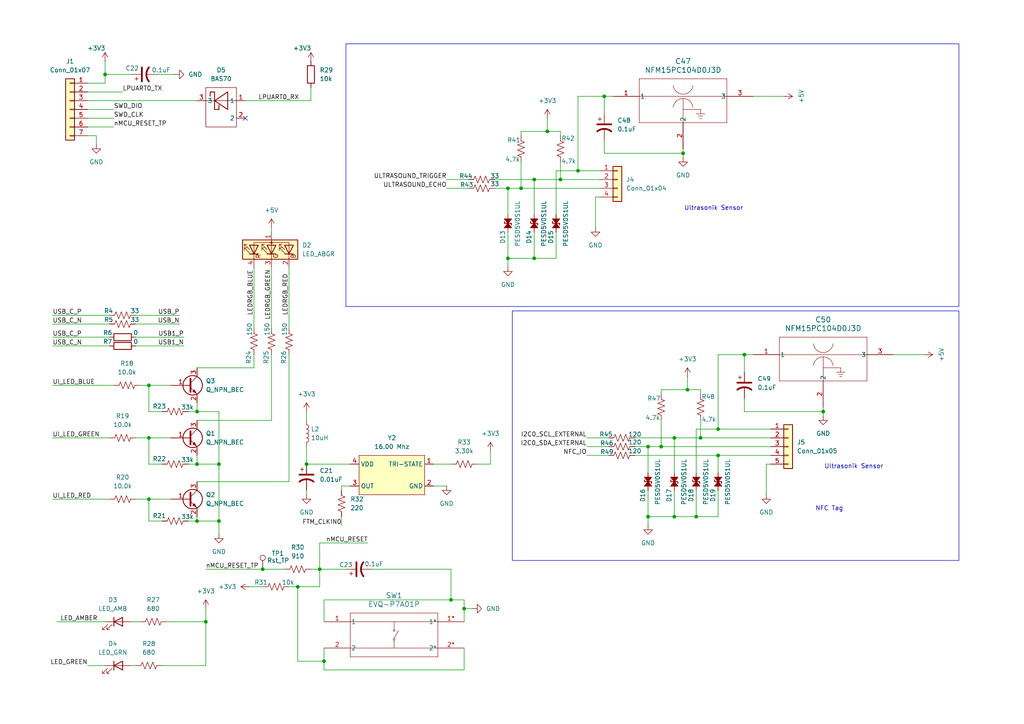
<source format=kicad_sch>
(kicad_sch (version 20231120) (generator "eeschema") (generator_version "8.0")
  (paper "A4")
  (lib_symbols
    (symbol "Connector:TestPoint" (pin_numbers hide) (pin_names (offset 0.762) hide)
      (property "Reference" "TP" (at 0 6.858 0))
      (property "Value" "TestPoint" (at 0 5.08 0))
      (symbol "TestPoint_0_1"
        (circle (center 0 3.302) (radius 0.762))
      )
      (symbol "TestPoint_1_1"
        (pin passive line (at 0 0 90) (length 2.54) (name "1") (number "1"))
      )
    )
    (symbol "Connector_Generic:Conn_01x04" (pin_names (offset 1.016) hide)
      (property "Reference" "J" (at 0 5.08 0))
      (property "Value" "Conn_01x04" (at 0 -7.62 0))
      (symbol "Conn_01x04_1_1"
        (rectangle (start -1.27 -4.953) (end 0 -5.207) (stroke (width 0.1524)))
        (rectangle (start -1.27 -2.413) (end 0 -2.667) (stroke (width 0.1524)))
        (rectangle (start -1.27 0.127) (end 0 -0.127) (stroke (width 0.1524)))
        (rectangle (start -1.27 2.667) (end 0 2.413) (stroke (width 0.1524)))
        (rectangle (start -1.27 3.81) (end 1.27 -6.35) (stroke (width 0.254)) (fill (type background)))
        (pin passive line (at -5.08 2.54 0) (length 3.81) (name "Pin_1") (number "1"))
        (pin passive line (at -5.08 0 0) (length 3.81) (name "Pin_2") (number "2"))
        (pin passive line (at -5.08 -2.54 0) (length 3.81) (name "Pin_3") (number "3"))
        (pin passive line (at -5.08 -5.08 0) (length 3.81) (name "Pin_4") (number "4"))
      )
    )
    (symbol "Connector_Generic:Conn_01x05" (pin_names (offset 1.016) hide)
      (property "Reference" "J" (at 0 7.62 0))
      (property "Value" "Conn_01x05" (at 0 -7.62 0))
      (symbol "Conn_01x05_1_1"
        (rectangle (start -1.27 -4.953) (end 0 -5.207) (stroke (width 0.1524)))
        (rectangle (start -1.27 -2.413) (end 0 -2.667) (stroke (width 0.1524)))
        (rectangle (start -1.27 0.127) (end 0 -0.127) (stroke (width 0.1524)))
        (rectangle (start -1.27 2.667) (end 0 2.413) (stroke (width 0.1524)))
        (rectangle (start -1.27 5.207) (end 0 4.953) (stroke (width 0.1524)))
        (rectangle (start -1.27 6.35) (end 1.27 -6.35) (stroke (width 0.254)) (fill (type background)))
        (pin passive line (at -5.08 5.08 0) (length 3.81) (name "Pin_1") (number "1"))
        (pin passive line (at -5.08 2.54 0) (length 3.81) (name "Pin_2") (number "2"))
        (pin passive line (at -5.08 0 0) (length 3.81) (name "Pin_3") (number "3"))
        (pin passive line (at -5.08 -2.54 0) (length 3.81) (name "Pin_4") (number "4"))
        (pin passive line (at -5.08 -5.08 0) (length 3.81) (name "Pin_5") (number "5"))
      )
    )
    (symbol "Connector_Generic:Conn_01x07" (pin_names (offset 1.016) hide)
      (property "Reference" "J" (at 0 10.16 0))
      (property "Value" "Conn_01x07" (at 0 -10.16 0))
      (symbol "Conn_01x07_1_1"
        (rectangle (start -1.27 -7.493) (end 0 -7.747) (stroke (width 0.1524)))
        (rectangle (start -1.27 -4.953) (end 0 -5.207) (stroke (width 0.1524)))
        (rectangle (start -1.27 -2.413) (end 0 -2.667) (stroke (width 0.1524)))
        (rectangle (start -1.27 0.127) (end 0 -0.127) (stroke (width 0.1524)))
        (rectangle (start -1.27 2.667) (end 0 2.413) (stroke (width 0.1524)))
        (rectangle (start -1.27 5.207) (end 0 4.953) (stroke (width 0.1524)))
        (rectangle (start -1.27 7.747) (end 0 7.493) (stroke (width 0.1524)))
        (rectangle (start -1.27 8.89) (end 1.27 -8.89) (stroke (width 0.254)) (fill (type background)))
        (pin passive line (at -5.08 7.62 0) (length 3.81) (name "Pin_1") (number "1"))
        (pin passive line (at -5.08 5.08 0) (length 3.81) (name "Pin_2") (number "2"))
        (pin passive line (at -5.08 2.54 0) (length 3.81) (name "Pin_3") (number "3"))
        (pin passive line (at -5.08 0 0) (length 3.81) (name "Pin_4") (number "4"))
        (pin passive line (at -5.08 -2.54 0) (length 3.81) (name "Pin_5") (number "5"))
        (pin passive line (at -5.08 -5.08 0) (length 3.81) (name "Pin_6") (number "6"))
        (pin passive line (at -5.08 -7.62 0) (length 3.81) (name "Pin_7") (number "7"))
      )
    )
    (symbol "Device:C_Polarized_US" (pin_numbers hide) (pin_names (offset 0.254) hide)
      (property "Reference" "C" (at 0.635 2.54 0))
      (property "Value" "C_Polarized_US" (at 0.635 -2.54 0))
      (symbol "C_Polarized_US_0_1"
        (polyline (pts (xy -2.032 0.762) (xy 2.032 0.762)) (stroke (width 0.508)))
        (polyline (pts (xy -1.778 2.286) (xy -0.762 2.286)))
        (polyline (pts (xy -1.27 1.778) (xy -1.27 2.794)))
        (arc (start 2.032 -1.27) (mid 0 -0.5572) (end -2.032 -1.27) (stroke (width 0.508)))
      )
      (symbol "C_Polarized_US_1_1"
        (pin passive line (at 0 3.81 270) (length 2.794) (name "~") (number "1"))
        (pin passive line (at 0 -3.81 90) (length 3.302) (name "~") (number "2"))
      )
    )
    (symbol "Device:D_TVS_Small_Filled" (pin_numbers hide) (pin_names (offset 1.016) hide)
      (property "Reference" "D" (at 0 2.54 0))
      (property "Value" "D_TVS_Small_Filled" (at 0 -2.54 0))
      (symbol "D_TVS_Small_Filled_0_1"
        (polyline (pts (xy -1.27 0) (xy 1.27 0)))
        (polyline (pts (xy 0.508 1.016) (xy 0 1.016) (xy 0 -1.016) (xy -0.508 -1.016)) (stroke (width 0.254)))
      )
      (symbol "D_TVS_Small_Filled_1_1"
        (polyline (pts (xy -1.27 1.016) (xy -1.27 -1.016) (xy 0 0) (xy -1.27 1.016)) (stroke (width 0.254)) (fill (type outline)))
        (polyline (pts (xy 0 0) (xy 1.27 1.016) (xy 1.27 -1.016) (xy 0 0)) (stroke (width 0.254)) (fill (type outline)))
        (pin passive line (at -2.54 0 0) (length 1.27) (name "A1") (number "1"))
        (pin passive line (at 2.54 0 180) (length 1.27) (name "A2") (number "2"))
      )
    )
    (symbol "Device:L" (pin_numbers hide) (pin_names (offset 1.016) hide)
      (property "Reference" "L" (at -1.27 0 90))
      (property "Value" "L" (at 1.905 0 90))
      (symbol "L_0_1"
        (arc (start 0 -2.54) (mid 0.6323 -1.905) (end 0 -1.27))
        (arc (start 0 -1.27) (mid 0.6323 -0.635) (end 0 0))
        (arc (start 0 0) (mid 0.6323 0.635) (end 0 1.27))
        (arc (start 0 1.27) (mid 0.6323 1.905) (end 0 2.54))
      )
      (symbol "L_1_1"
        (pin passive line (at 0 3.81 270) (length 1.27) (name "1") (number "1"))
        (pin passive line (at 0 -3.81 90) (length 1.27) (name "2") (number "2"))
      )
    )
    (symbol "Device:LED" (pin_numbers hide) (pin_names (offset 1.016) hide)
      (property "Reference" "D" (at 0 2.54 0))
      (property "Value" "LED" (at 0 -2.54 0))
      (symbol "LED_0_1"
        (polyline (pts (xy -1.27 -1.27) (xy -1.27 1.27)) (stroke (width 0.254)))
        (polyline (pts (xy -1.27 0) (xy 1.27 0)))
        (polyline (pts (xy 1.27 -1.27) (xy 1.27 1.27) (xy -1.27 0) (xy 1.27 -1.27)) (stroke (width 0.254)))
        (polyline (pts (xy -3.048 -0.762) (xy -4.572 -2.286) (xy -3.81 -2.286) (xy -4.572 -2.286) (xy -4.572 -1.524)))
        (polyline (pts (xy -1.778 -0.762) (xy -3.302 -2.286) (xy -2.54 -2.286) (xy -3.302 -2.286) (xy -3.302 -1.524)))
      )
      (symbol "LED_1_1"
        (pin passive line (at -3.81 0 0) (length 2.54) (name "K") (number "1"))
        (pin passive line (at 3.81 0 180) (length 2.54) (name "A") (number "2"))
      )
    )
    (symbol "Device:LED_ABGR" (pin_names (offset 0) hide)
      (property "Reference" "D" (at 0 9.398 0))
      (property "Value" "LED_ABGR" (at 0 -8.89 0))
      (symbol "LED_ABGR_0_0"
        (text "B" (at -1.905 -6.35 0) (effects (font (size 1.27 1.27))))
        (text "G" (at -1.905 -1.27 0) (effects (font (size 1.27 1.27))))
        (text "R" (at -1.905 3.81 0) (effects (font (size 1.27 1.27))))
      )
      (symbol "LED_ABGR_0_1"
        (polyline (pts (xy -1.27 -5.08) (xy -2.54 -5.08)))
        (polyline (pts (xy -1.27 -5.08) (xy 1.27 -5.08)))
        (polyline (pts (xy -1.27 -3.81) (xy -1.27 -6.35)) (stroke (width 0.254)))
        (polyline (pts (xy -1.27 0) (xy -2.54 0)))
        (polyline (pts (xy -1.27 1.27) (xy -1.27 -1.27)) (stroke (width 0.254)))
        (polyline (pts (xy -1.27 5.08) (xy -2.54 5.08)))
        (polyline (pts (xy -1.27 5.08) (xy 1.27 5.08)))
        (polyline (pts (xy -1.27 6.35) (xy -1.27 3.81)) (stroke (width 0.254)))
        (polyline (pts (xy 1.27 0) (xy -1.27 0)))
        (polyline (pts (xy 1.27 0) (xy 2.54 0)))
        (polyline (pts (xy -1.27 1.27) (xy -1.27 -1.27) (xy -1.27 -1.27)))
        (polyline (pts (xy -1.27 6.35) (xy -1.27 3.81) (xy -1.27 3.81)))
        (polyline (pts (xy 1.27 -5.08) (xy 2.032 -5.08) (xy 2.032 5.08) (xy 1.27 5.08)))
        (polyline (pts (xy 1.27 -3.81) (xy 1.27 -6.35) (xy -1.27 -5.08) (xy 1.27 -3.81)) (stroke (width 0.254)))
        (polyline (pts (xy 1.27 1.27) (xy 1.27 -1.27) (xy -1.27 0) (xy 1.27 1.27)) (stroke (width 0.254)))
        (polyline (pts (xy 1.27 6.35) (xy 1.27 3.81) (xy -1.27 5.08) (xy 1.27 6.35)) (stroke (width 0.254)))
        (polyline (pts (xy -1.016 -3.81) (xy 0.508 -2.286) (xy -0.254 -2.286) (xy 0.508 -2.286) (xy 0.508 -3.048)))
        (polyline (pts (xy -1.016 1.27) (xy 0.508 2.794) (xy -0.254 2.794) (xy 0.508 2.794) (xy 0.508 2.032)))
        (polyline (pts (xy -1.016 6.35) (xy 0.508 7.874) (xy -0.254 7.874) (xy 0.508 7.874) (xy 0.508 7.112)))
        (polyline (pts (xy 0 -3.81) (xy 1.524 -2.286) (xy 0.762 -2.286) (xy 1.524 -2.286) (xy 1.524 -3.048)))
        (polyline (pts (xy 0 1.27) (xy 1.524 2.794) (xy 0.762 2.794) (xy 1.524 2.794) (xy 1.524 2.032)))
        (polyline (pts (xy 0 6.35) (xy 1.524 7.874) (xy 0.762 7.874) (xy 1.524 7.874) (xy 1.524 7.112)))
        (rectangle (start 1.27 -1.27) (end 1.27 1.27))
        (rectangle (start 1.27 1.27) (end 1.27 1.27))
        (rectangle (start 1.27 3.81) (end 1.27 6.35))
        (rectangle (start 1.27 6.35) (end 1.27 6.35))
        (circle (center 2.032 0) (radius 0.254) (fill (type outline)))
        (rectangle (start 2.794 8.382) (end -2.794 -7.62) (stroke (width 0.254)) (fill (type background)))
      )
      (symbol "LED_ABGR_1_1"
        (pin passive line (at 5.08 0 180) (length 2.54) (name "A") (number "1"))
        (pin passive line (at -5.08 -5.08 0) (length 2.54) (name "BK") (number "2"))
        (pin passive line (at -5.08 0 0) (length 2.54) (name "GK") (number "3"))
        (pin passive line (at -5.08 5.08 0) (length 2.54) (name "RK") (number "4"))
      )
    )
    (symbol "Device:Q_NPN_BEC" (pin_names (offset 0) hide)
      (property "Reference" "Q" (at 5.08 1.27 0))
      (property "Value" "Q_NPN_BEC" (at 5.08 -1.27 0))
      (symbol "Q_NPN_BEC_0_1"
        (polyline (pts (xy 0.635 0.635) (xy 2.54 2.54)))
        (polyline (pts (xy 0.635 -0.635) (xy 2.54 -2.54) (xy 2.54 -2.54)))
        (polyline (pts (xy 0.635 1.905) (xy 0.635 -1.905) (xy 0.635 -1.905)) (stroke (width 0.508)))
        (polyline (pts (xy 1.27 -1.778) (xy 1.778 -1.27) (xy 2.286 -2.286) (xy 1.27 -1.778) (xy 1.27 -1.778)) (fill (type outline)))
        (circle (center 1.27 0) (radius 2.8194) (stroke (width 0.254)))
      )
      (symbol "Q_NPN_BEC_1_1"
        (pin input line (at -5.08 0 0) (length 5.715) (name "B") (number "1"))
        (pin passive line (at 2.54 -5.08 90) (length 2.54) (name "E") (number "2"))
        (pin passive line (at 2.54 5.08 270) (length 2.54) (name "C") (number "3"))
      )
    )
    (symbol "Device:R" (pin_numbers hide) (pin_names (offset 0))
      (property "Reference" "R" (at 2.032 0 90))
      (property "Value" "R" (at 0 0 90))
      (symbol "R_0_1"
        (rectangle (start -1.016 -2.54) (end 1.016 2.54) (stroke (width 0.254)))
      )
      (symbol "R_1_1"
        (pin passive line (at 0 3.81 270) (length 1.27) (name "~") (number "1"))
        (pin passive line (at 0 -3.81 90) (length 1.27) (name "~") (number "2"))
      )
    )
    (symbol "Device:R_US" (pin_numbers hide) (pin_names (offset 0))
      (property "Reference" "R" (at 2.54 0 90))
      (property "Value" "R_US" (at -2.54 0 90))
      (symbol "R_US_0_1"
        (polyline (pts (xy 0 -2.286) (xy 0 -2.54)))
        (polyline (pts (xy 0 2.286) (xy 0 2.54)))
        (polyline (pts (xy 0 -0.762) (xy 1.016 -1.143) (xy 0 -1.524) (xy -1.016 -1.905) (xy 0 -2.286)))
        (polyline (pts (xy 0 0.762) (xy 1.016 0.381) (xy 0 0) (xy -1.016 -0.381) (xy 0 -0.762)))
        (polyline (pts (xy 0 2.286) (xy 1.016 1.905) (xy 0 1.524) (xy -1.016 1.143) (xy 0 0.762)))
      )
      (symbol "R_US_1_1"
        (pin passive line (at 0 3.81 270) (length 1.27) (name "~") (number "1"))
        (pin passive line (at 0 -3.81 90) (length 1.27) (name "~") (number "2"))
      )
    )
    (symbol "EVQ_P7A01P:EVQ-P7A01P" (pin_names (offset 0.254))
      (property "Reference" "SW" (at 20.32 7.62 0))
      (property "Value" "EVQ-P7A01P" (at 20.32 5.08 0))
      (symbol "EVQ-P7A01P_0_1"
        (polyline (pts (xy 7.62 -10.16) (xy 33.02 -10.16)) (stroke (width 0.127)))
        (polyline (pts (xy 7.62 -7.62) (xy 33.02 -7.62)) (stroke (width 0.127)))
        (polyline (pts (xy 7.62 0) (xy 33.02 0)) (stroke (width 0.127)))
        (polyline (pts (xy 7.62 2.54) (xy 7.62 -10.16)) (stroke (width 0.127)))
        (polyline (pts (xy 20.32 -7.62) (xy 20.32 -5.334)) (stroke (width 0.127)))
        (polyline (pts (xy 20.32 -4.826) (xy 21.59 -2.54)) (stroke (width 0.127)))
        (polyline (pts (xy 20.32 0) (xy 20.32 -2.286)) (stroke (width 0.127)))
        (polyline (pts (xy 33.02 -10.16) (xy 33.02 2.54)) (stroke (width 0.127)))
        (polyline (pts (xy 33.02 2.54) (xy 7.62 2.54)) (stroke (width 0.127)))
        (circle (center 20.32 -5.08) (radius 0.254) (stroke (width 0.127)))
        (circle (center 20.32 -2.54) (radius 0.254) (stroke (width 0.127)))
        (pin unspecified line (at 0 0 0) (length 7.62) (name "1") (number "1"))
        (pin unspecified line (at 40.64 0 180) (length 7.62) (name "1*") (number "1*"))
        (pin unspecified line (at 0 -7.62 0) (length 7.62) (name "2") (number "2"))
        (pin unspecified line (at 40.64 -7.62 180) (length 7.62) (name "2*") (number "2*"))
      )
    )
    (symbol "FMU_lib:BAS70"
      (property "Reference" "D" (at 0.254 6.35 0))
      (property "Value" "BAS70" (at 0.762 -4.826 0))
      (symbol "BAS70_0_1"
        (rectangle (start -2.54 5.08) (end 6.35 -6.35))
        (polyline (pts (xy -2.54 1.27) (xy 6.35 1.27)))
        (polyline (pts (xy 3.81 3.81) (xy 3.81 -1.27) (xy 0 1.27) (xy 3.81 3.81)) (stroke (width 0.254)))
        (polyline (pts (xy -1.27 2.54) (xy -1.27 3.81) (xy 0 3.81) (xy 0 -1.27) (xy 1.27 -1.27) (xy 1.27 0)) (stroke (width 0.254)))
      )
      (symbol "BAS70_1_1"
        (pin input line (at 8.89 1.27 180) (length 2.54) (name "1") (number "1"))
        (pin input line (at 8.89 -3.81 180) (length 2.54) (name "2") (number "2"))
        (pin input line (at -5.08 1.27 0) (length 2.54) (name "3") (number "3"))
      )
    )
    (symbol "FMU_lib:Y_Tristate"
      (property "Reference" "Y" (at 0 -4.064 0))
      (property "Value" "Y_Tristate" (at 0.254 -1.778 0))
      (symbol "Y_Tristate_1_1"
        (rectangle (start -10.16 3.81) (end 8.89 -7.62) (fill (type background)))
        (pin input line (at 11.43 1.27 180) (length 2.54) (name "TRI-STATE") (number "1"))
        (pin input line (at 11.43 -5.08 180) (length 2.54) (name "GND") (number "2"))
        (pin input line (at -12.7 -5.08 0) (length 2.54) (name "OUT") (number "3"))
        (pin input line (at -12.7 1.27 0) (length 2.54) (name "VDD") (number "4"))
      )
    )
    (symbol "NFM15PC104D0J3D:NFM15PC104D0J3D" (pin_names (offset 0.254))
      (property "Reference" "C" (at 20.32 10.16 0))
      (property "Value" "NFM15PC104D0J3D" (at 20.32 7.62 0))
      (symbol "NFM15PC104D0J3D_0_1"
        (polyline (pts (xy 7.62 -7.62) (xy 33.02 -7.62)) (stroke (width 0.127)))
        (polyline (pts (xy 7.62 0) (xy 33.02 0)) (stroke (width 0.127)))
        (polyline (pts (xy 7.62 5.08) (xy 7.62 -7.62)) (stroke (width 0.127)))
        (polyline (pts (xy 20.32 -7.62) (xy 20.32 -0.635)) (stroke (width 0.127)))
        (polyline (pts (xy 20.32 -3.81) (xy 25.4 -3.81)) (stroke (width 0.127)))
        (polyline (pts (xy 24.13 -5.08) (xy 26.67 -5.08)) (stroke (width 0.127)))
        (polyline (pts (xy 24.765 -5.715) (xy 26.035 -5.715)) (stroke (width 0.127)))
        (polyline (pts (xy 25.0825 -6.35) (xy 25.7175 -6.35)) (stroke (width 0.127)))
        (polyline (pts (xy 25.4 -3.81) (xy 25.4 -5.08)) (stroke (width 0.127)))
        (polyline (pts (xy 33.02 -7.62) (xy 33.02 5.08)) (stroke (width 0.127)))
        (polyline (pts (xy 33.02 5.08) (xy 7.62 5.08)) (stroke (width 0.127)))
        (arc (start 17.4674 3.1755) (mid 20.32 0.6223) (end 23.1726 3.1755) (stroke (width 0.127)))
        (arc (start 23.1726 -3.1755) (mid 20.32 -0.6223) (end 17.4674 -3.1755) (stroke (width 0.127)))
        (pin unspecified line (at 0 0 0) (length 7.62) (name "1") (number "1"))
        (pin unspecified line (at 20.32 -15.24 90) (length 7.62) (name "2") (number "2"))
        (pin unspecified line (at 40.64 0 180) (length 7.62) (name "3") (number "3"))
      )
    )
    (symbol "power:+3V3" (power) (pin_numbers hide) (pin_names (offset 0) hide)
      (property "Value" "+3V3" (at 0 3.556 0))
      (symbol "+3V3_0_1"
        (polyline (pts (xy -0.762 1.27) (xy 0 2.54)))
        (polyline (pts (xy 0 0) (xy 0 2.54)))
        (polyline (pts (xy 0 2.54) (xy 0.762 1.27)))
      )
      (symbol "+3V3_1_1"
        (pin power_in line (at 0 0 90) (length 0) (name "~") (number "1"))
      )
    )
    (symbol "power:+5V" (power) (pin_numbers hide) (pin_names (offset 0) hide)
      (property "Value" "+5V" (at 0 3.556 0))
      (symbol "+5V_0_1"
        (polyline (pts (xy -0.762 1.27) (xy 0 2.54)))
        (polyline (pts (xy 0 0) (xy 0 2.54)))
        (polyline (pts (xy 0 2.54) (xy 0.762 1.27)))
      )
      (symbol "+5V_1_1"
        (pin power_in line (at 0 0 90) (length 0) (name "~") (number "1"))
      )
    )
    (symbol "power:GND" (power) (pin_numbers hide) (pin_names (offset 0) hide)
      (property "Value" "GND" (at 0 -3.81 0))
      (symbol "GND_0_1"
        (polyline (pts (xy 0 0) (xy 0 -1.27) (xy 1.27 -1.27) (xy 0 -2.54) (xy -1.27 -1.27) (xy 0 -1.27)))
      )
      (symbol "GND_1_1"
        (pin power_in line (at 0 0 270) (length 0) (name "~") (number "1"))
      )
    )
  )
  (junction (at 203.2 127))
  (junction (at 191.77 129.54))
  (junction (at 57.15 134.62))
  (junction (at 43.18 127))
  (junction (at 63.5 151.13))
  (junction (at 175.26 27.94))
  (junction (at 88.9 134.62))
  (junction (at 43.18 144.78))
  (junction (at 195.58 149.86))
  (junction (at 187.96 129.54))
  (junction (at 147.32 54.61))
  (junction (at 208.28 132.08))
  (junction (at 43.18 111.76))
  (junction (at 57.15 119.38))
  (junction (at 130.81 173.99))
  (junction (at 92.71 165.1))
  (junction (at 238.76 119.38))
  (junction (at 86.36 170.18))
  (junction (at 151.13 54.61))
  (junction (at 215.9 102.87))
  (junction (at 201.93 149.86))
  (junction (at 59.69 180.34))
  (junction (at 187.96 149.86))
  (junction (at 195.58 127))
  (junction (at 57.15 151.13))
  (junction (at 154.94 74.93))
  (junction (at 93.98 191.77))
  (junction (at 158.75 38.1))
  (junction (at 134.62 176.53))
  (junction (at 167.64 49.53))
  (junction (at 76.2 165.1))
  (junction (at 162.56 52.07))
  (junction (at 30.48 21.59))
  (junction (at 63.5 134.62))
  (junction (at 208.28 124.46))
  (junction (at 199.39 113.03))
  (junction (at 154.94 52.07))
  (junction (at 147.32 74.93))
  (junction (at 198.12 44.45))
  (no_connect (at 71.12 34.29))
  (wire (pts (xy 158.75 34.29) (xy 158.75 38.1)))
  (wire (pts (xy 218.44 27.94) (xy 227.33 27.94)))
  (wire (pts (xy 223.52 134.62) (xy 222.25 134.62)))
  (wire (pts (xy 147.32 54.61) (xy 151.13 54.61)))
  (wire (pts (xy 161.29 67.31) (xy 161.29 74.93)))
  (wire (pts (xy 15.24 93.98) (xy 31.75 93.98)))
  (wire (pts (xy 170.18 127) (xy 176.53 127)))
  (wire (pts (xy 222.25 134.62) (xy 222.25 143.51)))
  (wire (pts (xy 73.66 102.87) (xy 73.66 106.68)))
  (wire (pts (xy 161.29 62.23) (xy 161.29 49.53)))
  (wire (pts (xy 25.4 26.67) (xy 35.56 26.67)))
  (wire (pts (xy 238.76 120.65) (xy 238.76 119.38)))
  (wire (pts (xy 208.28 132.08) (xy 208.28 137.16)))
  (wire (pts (xy 83.82 102.87) (xy 83.82 139.7)))
  (wire (pts (xy 154.94 52.07) (xy 162.56 52.07)))
  (wire (pts (xy 198.12 45.72) (xy 198.12 44.45)))
  (wire (pts (xy 187.96 149.86) (xy 187.96 152.4)))
  (wire (pts (xy 125.73 134.62) (xy 130.81 134.62)))
  (wire (pts (xy 143.51 52.07) (xy 154.94 52.07)))
  (wire (pts (xy 54.61 134.62) (xy 57.15 134.62)))
  (wire (pts (xy 184.15 132.08) (xy 208.28 132.08)))
  (wire (pts (xy 167.64 49.53) (xy 173.99 49.53)))
  (wire (pts (xy 191.77 114.3) (xy 191.77 113.03)))
  (wire (pts (xy 130.81 165.1) (xy 130.81 173.99)))
  (wire (pts (xy 15.24 127) (xy 31.75 127)))
  (wire (pts (xy 129.54 52.07) (xy 135.89 52.07)))
  (wire (pts (xy 43.18 111.76) (xy 49.53 111.76)))
  (wire (pts (xy 88.9 142.24) (xy 88.9 143.51)))
  (wire (pts (xy 73.66 106.68) (xy 57.15 106.68)))
  (wire (pts (xy 90.17 165.1) (xy 92.71 165.1)))
  (wire (pts (xy 78.74 66.04) (xy 78.74 67.31)))
  (wire (pts (xy 93.98 173.99) (xy 130.81 173.99)))
  (wire (pts (xy 151.13 38.1) (xy 158.75 38.1)))
  (wire (pts (xy 138.43 134.62) (xy 142.24 134.62)))
  (wire (pts (xy 92.71 165.1) (xy 92.71 157.48)))
  (wire (pts (xy 162.56 52.07) (xy 173.99 52.07)))
  (wire (pts (xy 215.9 115.57) (xy 215.9 119.38)))
  (wire (pts (xy 208.28 142.24) (xy 208.28 149.86)))
  (wire (pts (xy 92.71 170.18) (xy 86.36 170.18)))
  (wire (pts (xy 25.4 39.37) (xy 27.94 39.37)))
  (wire (pts (xy 57.15 116.84) (xy 57.15 119.38)))
  (wire (pts (xy 40.64 111.76) (xy 43.18 111.76)))
  (wire (pts (xy 71.12 29.21) (xy 90.17 29.21)))
  (wire (pts (xy 195.58 142.24) (xy 195.58 149.86)))
  (wire (pts (xy 43.18 151.13) (xy 43.18 144.78)))
  (wire (pts (xy 15.24 111.76) (xy 33.02 111.76)))
  (wire (pts (xy 88.9 129.54) (xy 88.9 134.62)))
  (wire (pts (xy 59.69 180.34) (xy 59.69 176.53)))
  (wire (pts (xy 46.99 151.13) (xy 43.18 151.13)))
  (wire (pts (xy 57.15 134.62) (xy 57.15 132.08)))
  (wire (pts (xy 201.93 137.16) (xy 201.93 124.46)))
  (wire (pts (xy 170.18 132.08) (xy 176.53 132.08)))
  (wire (pts (xy 154.94 52.07) (xy 154.94 62.23)))
  (wire (pts (xy 154.94 67.31) (xy 154.94 74.93)))
  (wire (pts (xy 78.74 102.87) (xy 78.74 121.92)))
  (wire (pts (xy 215.9 119.38) (xy 238.76 119.38)))
  (wire (pts (xy 57.15 151.13) (xy 57.15 149.86)))
  (wire (pts (xy 175.26 44.45) (xy 198.12 44.45)))
  (wire (pts (xy 59.69 193.04) (xy 59.69 180.34)))
  (wire (pts (xy 38.1 193.04) (xy 39.37 193.04)))
  (wire (pts (xy 99.06 142.24) (xy 99.06 140.97)))
  (wire (pts (xy 86.36 170.18) (xy 86.36 191.77)))
  (wire (pts (xy 167.64 27.94) (xy 175.26 27.94)))
  (wire (pts (xy 27.94 39.37) (xy 27.94 41.91)))
  (wire (pts (xy 25.4 31.75) (xy 33.02 31.75)))
  (wire (pts (xy 154.94 74.93) (xy 161.29 74.93)))
  (wire (pts (xy 76.2 165.1) (xy 82.55 165.1)))
  (wire (pts (xy 86.36 170.18) (xy 83.82 170.18)))
  (wire (pts (xy 46.99 134.62) (xy 43.18 134.62)))
  (wire (pts (xy 201.93 124.46) (xy 208.28 124.46)))
  (wire (pts (xy 39.37 144.78) (xy 43.18 144.78)))
  (wire (pts (xy 30.48 24.13) (xy 30.48 21.59)))
  (wire (pts (xy 93.98 194.31) (xy 134.62 194.31)))
  (wire (pts (xy 72.39 170.18) (xy 76.2 170.18)))
  (wire (pts (xy 43.18 127) (xy 49.53 127)))
  (wire (pts (xy 39.37 97.79) (xy 53.34 97.79)))
  (wire (pts (xy 57.15 119.38) (xy 54.61 119.38)))
  (wire (pts (xy 46.99 119.38) (xy 43.18 119.38)))
  (wire (pts (xy 151.13 54.61) (xy 173.99 54.61)))
  (wire (pts (xy 25.4 29.21) (xy 57.15 29.21)))
  (wire (pts (xy 101.6 134.62) (xy 88.9 134.62)))
  (wire (pts (xy 43.18 134.62) (xy 43.18 127)))
  (wire (pts (xy 143.51 54.61) (xy 147.32 54.61)))
  (wire (pts (xy 203.2 113.03) (xy 203.2 114.3)))
  (wire (pts (xy 92.71 165.1) (xy 92.71 170.18)))
  (wire (pts (xy 177.8 27.94) (xy 175.26 27.94)))
  (wire (pts (xy 259.08 102.87) (xy 267.97 102.87)))
  (wire (pts (xy 201.93 142.24) (xy 201.93 149.86)))
  (wire (pts (xy 134.62 176.53) (xy 134.62 180.34)))
  (wire (pts (xy 83.82 77.47) (xy 83.82 95.25)))
  (wire (pts (xy 208.28 124.46) (xy 208.28 102.87)))
  (wire (pts (xy 39.37 100.33) (xy 53.34 100.33)))
  (wire (pts (xy 39.37 93.98) (xy 52.07 93.98)))
  (wire (pts (xy 59.69 165.1) (xy 76.2 165.1)))
  (wire (pts (xy 215.9 102.87) (xy 215.9 107.95)))
  (wire (pts (xy 63.5 119.38) (xy 63.5 134.62)))
  (wire (pts (xy 15.24 97.79) (xy 31.75 97.79)))
  (wire (pts (xy 73.66 77.47) (xy 73.66 95.25)))
  (wire (pts (xy 130.81 173.99) (xy 134.62 173.99)))
  (wire (pts (xy 195.58 127) (xy 195.58 137.16)))
  (wire (pts (xy 88.9 119.38) (xy 88.9 121.92)))
  (wire (pts (xy 195.58 149.86) (xy 187.96 149.86)))
  (wire (pts (xy 208.28 124.46) (xy 223.52 124.46)))
  (wire (pts (xy 134.62 194.31) (xy 134.62 187.96)))
  (wire (pts (xy 134.62 173.99) (xy 134.62 176.53)))
  (wire (pts (xy 208.28 102.87) (xy 215.9 102.87)))
  (wire (pts (xy 151.13 39.37) (xy 151.13 38.1)))
  (wire (pts (xy 43.18 144.78) (xy 49.53 144.78)))
  (wire (pts (xy 191.77 129.54) (xy 223.52 129.54)))
  (wire (pts (xy 25.4 36.83) (xy 33.02 36.83)))
  (wire (pts (xy 93.98 191.77) (xy 93.98 194.31)))
  (wire (pts (xy 170.18 129.54) (xy 176.53 129.54)))
  (wire (pts (xy 16.51 180.34) (xy 30.48 180.34)))
  (wire (pts (xy 158.75 38.1) (xy 162.56 38.1)))
  (wire (pts (xy 15.24 91.44) (xy 31.75 91.44)))
  (wire (pts (xy 63.5 134.62) (xy 63.5 151.13)))
  (wire (pts (xy 54.61 151.13) (xy 57.15 151.13)))
  (wire (pts (xy 208.28 132.08) (xy 223.52 132.08)))
  (wire (pts (xy 172.72 57.15) (xy 172.72 66.04)))
  (wire (pts (xy 161.29 49.53) (xy 167.64 49.53)))
  (wire (pts (xy 107.95 165.1) (xy 130.81 165.1)))
  (wire (pts (xy 187.96 129.54) (xy 191.77 129.54)))
  (wire (pts (xy 92.71 165.1) (xy 100.33 165.1)))
  (wire (pts (xy 238.76 119.38) (xy 238.76 118.11)))
  (wire (pts (xy 99.06 140.97) (xy 101.6 140.97)))
  (wire (pts (xy 86.36 191.77) (xy 93.98 191.77)))
  (wire (pts (xy 15.24 100.33) (xy 31.75 100.33)))
  (wire (pts (xy 147.32 54.61) (xy 147.32 62.23)))
  (wire (pts (xy 175.26 27.94) (xy 175.26 33.02)))
  (wire (pts (xy 184.15 127) (xy 195.58 127)))
  (wire (pts (xy 199.39 113.03) (xy 203.2 113.03)))
  (wire (pts (xy 63.5 154.94) (xy 63.5 151.13)))
  (wire (pts (xy 99.06 149.86) (xy 99.06 152.4)))
  (wire (pts (xy 78.74 77.47) (xy 78.74 95.25)))
  (wire (pts (xy 187.96 142.24) (xy 187.96 149.86)))
  (wire (pts (xy 38.1 180.34) (xy 40.64 180.34)))
  (wire (pts (xy 151.13 46.99) (xy 151.13 54.61)))
  (wire (pts (xy 30.48 17.78) (xy 30.48 21.59)))
  (wire (pts (xy 203.2 127) (xy 223.52 127)))
  (wire (pts (xy 162.56 38.1) (xy 162.56 39.37)))
  (wire (pts (xy 195.58 149.86) (xy 201.93 149.86)))
  (wire (pts (xy 46.99 193.04) (xy 59.69 193.04)))
  (wire (pts (xy 25.4 24.13) (xy 30.48 24.13)))
  (wire (pts (xy 125.73 140.97) (xy 129.54 140.97)))
  (wire (pts (xy 90.17 25.4) (xy 90.17 29.21)))
  (wire (pts (xy 147.32 74.93) (xy 147.32 77.47)))
  (wire (pts (xy 173.99 57.15) (xy 172.72 57.15)))
  (wire (pts (xy 25.4 193.04) (xy 30.48 193.04)))
  (wire (pts (xy 129.54 54.61) (xy 135.89 54.61)))
  (wire (pts (xy 154.94 74.93) (xy 147.32 74.93)))
  (wire (pts (xy 198.12 44.45) (xy 198.12 43.18)))
  (wire (pts (xy 191.77 113.03) (xy 199.39 113.03)))
  (wire (pts (xy 218.44 102.87) (xy 215.9 102.87)))
  (wire (pts (xy 147.32 67.31) (xy 147.32 74.93)))
  (wire (pts (xy 93.98 180.34) (xy 93.98 173.99)))
  (wire (pts (xy 208.28 149.86) (xy 201.93 149.86)))
  (wire (pts (xy 142.24 134.62) (xy 142.24 130.81)))
  (wire (pts (xy 162.56 46.99) (xy 162.56 52.07)))
  (wire (pts (xy 199.39 109.22) (xy 199.39 113.03)))
  (wire (pts (xy 167.64 49.53) (xy 167.64 27.94)))
  (wire (pts (xy 203.2 121.92) (xy 203.2 127)))
  (wire (pts (xy 63.5 151.13) (xy 57.15 151.13)))
  (wire (pts (xy 39.37 91.44) (xy 52.07 91.44)))
  (wire (pts (xy 57.15 134.62) (xy 63.5 134.62)))
  (wire (pts (xy 78.74 121.92) (xy 57.15 121.92)))
  (wire (pts (xy 83.82 139.7) (xy 57.15 139.7)))
  (wire (pts (xy 187.96 129.54) (xy 187.96 137.16)))
  (wire (pts (xy 175.26 40.64) (xy 175.26 44.45)))
  (wire (pts (xy 195.58 127) (xy 203.2 127)))
  (wire (pts (xy 43.18 119.38) (xy 43.18 111.76)))
  (wire (pts (xy 45.72 21.59) (xy 50.8 21.59)))
  (wire (pts (xy 15.24 144.78) (xy 31.75 144.78)))
  (wire (pts (xy 30.48 21.59) (xy 38.1 21.59)))
  (wire (pts (xy 134.62 176.53) (xy 137.16 176.53)))
  (wire (pts (xy 184.15 129.54) (xy 187.96 129.54)))
  (wire (pts (xy 93.98 187.96) (xy 93.98 191.77)))
  (wire (pts (xy 191.77 121.92) (xy 191.77 129.54)))
  (wire (pts (xy 57.15 119.38) (xy 63.5 119.38)))
  (wire (pts (xy 39.37 127) (xy 43.18 127)))
  (wire (pts (xy 48.26 180.34) (xy 59.69 180.34)))
  (wire (pts (xy 92.71 157.48) (xy 106.68 157.48)))
  (wire (pts (xy 25.4 34.29) (xy 33.02 34.29)))
  (rectangle (start 100.33 12.7) (end 278.13 88.9))
  (rectangle (start 148.59 90.17) (end 278.13 162.56))
  (text "NFC Tag" (at 240.538 147.574 0) (effects (font (size 1.27 1.27))))
  (text "Ultrasonik Sensor\n" (at 207.01 60.452 0) (effects (font (size 1.27 1.27))))
  (text "Ultrasonik Sensor\n" (at 247.65 135.382 0) (effects (font (size 1.27 1.27))))
  (label "UI_LED_RED" (at 15.24 144.78 0))
  (label "LEDRGB_RED" (at 83.82 91.44 90))
  (label "ULTRASOUND_ECHO" (at 129.54 54.61 180))
  (label "USB1_N" (at 53.34 100.33 180))
  (label "LEDRGB_BLUE" (at 73.66 91.44 90))
  (label "LEDRGB_GREEN" (at 78.74 92.71 90))
  (label "USB1_P" (at 53.34 97.79 180))
  (label "LPUART0_TX" (at 35.56 26.67 0))
  (label "USB_N" (at 52.07 93.98 180))
  (label "I2C0_SCL_EXTERNAL" (at 170.18 127 180))
  (label "nMCU_RESET_TP" (at 59.69 165.1 0))
  (label "NFC_IO" (at 170.18 132.08 180))
  (label "UI_LED_BLUE" (at 15.24 111.76 0))
  (label "LED_GREEN" (at 25.4 193.04 180))
  (label "nMCU_RESET_TP" (at 33.02 36.83 0))
  (label " I2C0_SDA_EXTERNAL" (at 170.18 129.54 180))
  (label "USB_C_P" (at 15.24 97.79 0))
  (label " LED_AMBER" (at 16.51 180.34 0))
  (label "USB_C_N" (at 15.24 93.98 0))
  (label "USB_C_N" (at 15.24 100.33 0))
  (label "UI_LED_GREEN" (at 15.24 127 0))
  (label "SWD_DIO" (at 33.02 31.75 0))
  (label "USB_P" (at 52.07 91.44 180))
  (label "FTM_CLKIN0" (at 99.06 152.4 180))
  (label "USB_C_P" (at 15.24 91.44 0))
  (label "nMCU_RESET" (at 106.68 157.48 180))
  (label "ULTRASOUND_TRIGGER" (at 129.54 52.07 180))
  (label "LPUART0_RX" (at 74.93 29.21 0))
  (label "SWD_CLK" (at 33.02 34.29 0))
  (symbol (lib_id "Device:R_US") (at 44.45 180.34 90) (unit 1)
    (property "Reference" "R27" (at 44.45 173.99 90))
    (property "Value" "680" (at 44.45 176.53 90))
    (property "Description" "Resistor, US symbol" (effects (hide yes)))
  )
  (symbol (lib_id "Device:R_US") (at 180.34 132.08 90) (unit 1)
    (property "Reference" "R49" (at 176.022 131.064 90))
    (property "Value" "120" (at 184.15 130.81 90))
    (property "Description" "Resistor, US symbol" (effects (hide yes)))
  )
  (symbol (lib_id "Device:R_US") (at 35.56 144.78 90) (unit 1)
    (property "Reference" "R20" (at 35.56 138.43 90))
    (property "Value" "10.0k" (at 35.56 140.97 90))
    (property "Description" "Resistor, US symbol" (effects (hide yes)))
  )
  (symbol (lib_id "Device:Q_NPN_BEC") (at 54.61 111.76 0) (unit 1)
    (property "Reference" "Q3" (at 59.69 110.4899 0) (effects (justify left)))
    (property "Value" "Q_NPN_BEC" (at 59.69 113.0299 0) (effects (justify left)))
    (property "Description" "NPN transistor, base/emitter/collector" (effects (hide yes)))
  )
  (symbol (lib_id "Device:LED") (at 34.29 193.04 0) (unit 1)
    (property "Reference" "D4" (at 32.7025 186.69 0))
    (property "Value" "LED_GRN" (at 32.7025 189.23 0))
    (property "Description" "Light emitting diode" (effects (hide yes)))
  )
  (symbol (lib_id "Device:R_US") (at 50.8 151.13 90) (unit 1)
    (property "Reference" "R21" (at 46.228 149.606 90))
    (property "Value" "33k" (at 54.356 149.86 90))
    (property "Description" "Resistor, US symbol" (effects (hide yes)))
  )
  (symbol (lib_id "power:+3V3") (at 90.17 17.78 0) (unit 1)
    (property "Reference" "#PWR051" (effects (hide yes)))
    (property "Value" "+3V3" (at 87.63 13.97 0))
    (property "Description" "Power symbol creates a global label with name \"+3V3\"" (effects (hide yes)))
  )
  (symbol (lib_id "Device:R") (at 35.56 100.33 90) (unit 1)
    (property "Reference" "R7" (at 31.242 99.06 90))
    (property "Value" "0" (at 39.37 99.06 90))
    (property "Description" "Resistor" (effects (hide yes)))
  )
  (symbol (lib_id "FMU_lib:Y_Tristate") (at 114.3 135.89 0) (unit 1)
    (property "Reference" "Y2" (at 113.665 127 0))
    (property "Value" "16.00 Mhz" (at 113.665 129.54 0))
  )
  (symbol (lib_id "Device:D_TVS_Small_Filled") (at 154.94 64.77 90) (unit 1)
    (property "Reference" "D14" (at 153.416 66.802 0) (effects (justify right)))
    (property "Value" "PESD5V0S1UL" (at 157.734 58.166 0) (effects (justify right)))
    (property "Description" "Bidirectional transient-voltage-suppression diode, small symbol, filled shape" (effects (hide yes)))
  )
  (symbol (lib_id "Device:Q_NPN_BEC") (at 54.61 127 0) (unit 1)
    (property "Reference" "Q1" (at 59.69 125.7299 0) (effects (justify left)))
    (property "Value" "Q_NPN_BEC" (at 59.69 128.2699 0) (effects (justify left)))
    (property "Description" "NPN transistor, base/emitter/collector" (effects (hide yes)))
  )
  (symbol (lib_id "power:GND") (at 238.76 120.65 0) (unit 1)
    (property "Reference" "#PWR099" (effects (hide yes)))
    (property "Value" "GND" (at 238.76 125.73 0))
    (property "Description" "Power symbol creates a global label with name \"GND\" , ground" (effects (hide yes)))
  )
  (symbol (lib_id "power:+5V") (at 227.33 27.94 270) (unit 1)
    (property "Reference" "#PWR095" (effects (hide yes)))
    (property "Value" "+5V" (at 232.41 27.94 0))
    (property "Description" "Power symbol creates a global label with name \"+5V\"" (effects (hide yes)))
  )
  (symbol (lib_id "Device:L") (at 88.9 125.73 0) (unit 1)
    (property "Reference" "L2" (at 90.17 124.4599 0) (effects (justify left)))
    (property "Value" "10uH" (at 90.17 126.9999 0) (effects (justify left)))
    (property "Description" "Inductor" (effects (hide yes)))
  )
  (symbol (lib_id "Device:R_US") (at 99.06 146.05 0) (unit 1)
    (property "Reference" "R32" (at 101.6 144.7799 0) (effects (justify left)))
    (property "Value" "220" (at 101.6 147.3199 0) (effects (justify left)))
    (property "Description" "Resistor, US symbol" (effects (hide yes)))
  )
  (symbol (lib_id "power:+3V3") (at 59.69 176.53 0) (unit 1)
    (property "Reference" "#PWR047" (effects (hide yes)))
    (property "Value" "+3V3" (at 59.69 171.45 0))
    (property "Description" "Power symbol creates a global label with name \"+3V3\"" (effects (hide yes)))
  )
  (symbol (lib_id "power:GND") (at 147.32 77.47 0) (unit 1)
    (property "Reference" "#PWR094" (effects (hide yes)))
    (property "Value" "GND" (at 147.32 82.55 0))
    (property "Description" "Power symbol creates a global label with name \"GND\" , ground" (effects (hide yes)))
  )
  (symbol (lib_id "Device:R_US") (at 83.82 99.06 180) (unit 1)
    (property "Reference" "R26" (at 82.296 103.632 90))
    (property "Value" "150" (at 82.55 95.504 90))
    (property "Description" "Resistor, US symbol" (effects (hide yes)))
  )
  (symbol (lib_id "Device:R_US") (at 78.74 99.06 180) (unit 1)
    (property "Reference" "R25" (at 77.216 103.632 90))
    (property "Value" "150" (at 77.47 95.504 90))
    (property "Description" "Resistor, US symbol" (effects (hide yes)))
  )
  (symbol (lib_id "Device:D_TVS_Small_Filled") (at 187.96 139.7 90) (unit 1)
    (property "Reference" "D16" (at 186.436 141.732 0) (effects (justify right)))
    (property "Value" "PESD5V0S1UL" (at 190.754 133.096 0) (effects (justify right)))
    (property "Description" "Bidirectional transient-voltage-suppression diode, small symbol, filled shape" (effects (hide yes)))
  )
  (symbol (lib_id "Device:C_Polarized_US") (at 104.14 165.1 90) (unit 1)
    (property "Reference" "C23" (at 100.33 163.83 90))
    (property "Value" "0.1uF" (at 108.458 163.576 90))
    (property "Description" "Polarized capacitor, US symbol" (effects (hide yes)))
  )
  (symbol (lib_id "Connector_Generic:Conn_01x04") (at 179.07 52.07 0) (unit 1)
    (property "Reference" "J4" (at 181.61 52.0699 0) (effects (justify left)))
    (property "Value" "Conn_01x04" (at 181.61 54.6099 0) (effects (justify left)))
    (property "Description" "Generic connector, single row, 01x04, script generated (kicad-library-utils/schlib/autogen/connector/)" (effects (hide yes)))
  )
  (symbol (lib_id "power:GND") (at 172.72 66.04 0) (unit 1)
    (property "Reference" "#PWR093" (effects (hide yes)))
    (property "Value" "GND" (at 172.72 71.12 0))
    (property "Description" "Power symbol creates a global label with name \"GND\" , ground" (effects (hide yes)))
  )
  (symbol (lib_id "Device:R_US") (at 134.62 134.62 90) (unit 1)
    (property "Reference" "R33" (at 134.62 128.27 90))
    (property "Value" "3.30k" (at 134.62 130.81 90))
    (property "Description" "Resistor, US symbol" (effects (hide yes)))
  )
  (symbol (lib_id "Device:R_US") (at 80.01 170.18 90) (unit 1)
    (property "Reference" "R31" (at 75.692 168.91 90))
    (property "Value" "10k" (at 83.566 168.91 90))
    (property "Description" "Resistor, US symbol" (effects (hide yes)))
  )
  (symbol (lib_id "power:+3V3") (at 30.48 17.78 0) (unit 1)
    (property "Reference" "#PWR048" (effects (hide yes)))
    (property "Value" "+3V3" (at 27.94 13.97 0))
    (property "Description" "Power symbol creates a global label with name \"+3V3\"" (effects (hide yes)))
  )
  (symbol (lib_id "power:+3V3") (at 199.39 109.22 0) (unit 1)
    (property "Reference" "#PWR097" (effects (hide yes)))
    (property "Value" "+3V3" (at 199.39 104.14 0))
    (property "Description" "Power symbol creates a global label with name \"+3V3\"" (effects (hide yes)))
  )
  (symbol (lib_id "Device:R_US") (at 203.2 118.11 0) (unit 1)
    (property "Reference" "R48" (at 203.454 115.062 0) (effects (justify left)))
    (property "Value" "4.7k" (at 203.454 121.666 0) (effects (justify left)))
    (property "Description" "Resistor, US symbol" (effects (hide yes)))
  )
  (symbol (lib_id "power:GND") (at 63.5 154.94 0) (unit 1)
    (property "Reference" "#PWR046" (effects (hide yes)))
    (property "Value" "GND" (at 63.5 160.02 0))
    (property "Description" "Power symbol creates a global label with name \"GND\" , ground" (effects (hide yes)))
  )
  (symbol (lib_id "Device:D_TVS_Small_Filled") (at 201.93 139.7 90) (unit 1)
    (property "Reference" "D18" (at 200.406 141.732 0) (effects (justify right)))
    (property "Value" "PESD5V0S1UL" (at 204.724 133.096 0) (effects (justify right)))
    (property "Description" "Bidirectional transient-voltage-suppression diode, small symbol, filled shape" (effects (hide yes)))
  )
  (symbol (lib_id "power:+3V3") (at 158.75 34.29 0) (unit 1)
    (property "Reference" "#PWR091" (effects (hide yes)))
    (property "Value" "+3V3" (at 158.75 29.21 0))
    (property "Description" "Power symbol creates a global label with name \"+3V3\"" (effects (hide yes)))
  )
  (symbol (lib_id "power:GND") (at 137.16 176.53 90) (unit 1)
    (property "Reference" "#PWR053" (effects (hide yes)))
    (property "Value" "GND" (at 140.97 176.5299 90) (effects (justify right)))
    (property "Description" "Power symbol creates a global label with name \"GND\" , ground" (effects (hide yes)))
  )
  (symbol (lib_id "power:GND") (at 222.25 143.51 0) (unit 1)
    (property "Reference" "#PWR098" (effects (hide yes)))
    (property "Value" "GND" (at 222.25 148.59 0))
    (property "Description" "Power symbol creates a global label with name \"GND\" , ground" (effects (hide yes)))
  )
  (symbol (lib_id "Device:D_TVS_Small_Filled") (at 147.32 64.77 90) (unit 1)
    (property "Reference" "D13" (at 145.796 66.802 0) (effects (justify right)))
    (property "Value" "PESD5V0S1UL" (at 150.114 58.166 0) (effects (justify right)))
    (property "Description" "Bidirectional transient-voltage-suppression diode, small symbol, filled shape" (effects (hide yes)))
  )
  (symbol (lib_id "Device:R_US") (at 50.8 134.62 90) (unit 1)
    (property "Reference" "R22" (at 46.228 133.096 90))
    (property "Value" "33k" (at 54.356 133.35 90))
    (property "Description" "Resistor, US symbol" (effects (hide yes)))
  )
  (symbol (lib_id "NFM15PC104D0J3D:NFM15PC104D0J3D") (at 177.8 27.94 0) (unit 1)
    (property "Reference" "C47" (at 198.12 17.78 0) (effects (font (size 1.524 1.524))))
    (property "Value" "NFM15PC104D0J3D" (at 198.12 20.32 0) (effects (font (size 1.524 1.524))))
    (property "Footprint" "3PAD_NFM15PC_0402_MUR" (effects (hide yes)))
    (property "Datasheet" "NFM15PC104D0J3D" (effects (hide yes)))
  )
  (symbol (lib_id "Device:D_TVS_Small_Filled") (at 195.58 139.7 90) (unit 1)
    (property "Reference" "D17" (at 194.056 141.732 0) (effects (justify right)))
    (property "Value" "PESD5V0S1UL" (at 198.374 133.096 0) (effects (justify right)))
    (property "Description" "Bidirectional transient-voltage-suppression diode, small symbol, filled shape" (effects (hide yes)))
  )
  (symbol (lib_id "Device:R_US") (at 35.56 127 90) (unit 1)
    (property "Reference" "R19" (at 35.56 120.65 90))
    (property "Value" "10.0k" (at 35.56 123.19 90))
    (property "Description" "Resistor, US symbol" (effects (hide yes)))
  )
  (symbol (lib_id "Device:R_US") (at 36.83 111.76 90) (unit 1)
    (property "Reference" "R18" (at 36.83 105.41 90))
    (property "Value" "10.0k" (at 36.83 107.95 90))
    (property "Description" "Resistor, US symbol" (effects (hide yes)))
  )
  (symbol (lib_id "Device:C_Polarized_US") (at 215.9 111.76 0) (unit 1)
    (property "Reference" "C49" (at 219.71 109.8549 0) (effects (justify left)))
    (property "Value" "0.1uF" (at 219.71 112.3949 0) (effects (justify left)))
    (property "Description" "Polarized capacitor, US symbol" (effects (hide yes)))
  )
  (symbol (lib_id "Device:R_US") (at 162.56 43.18 0) (unit 1)
    (property "Reference" "R42" (at 162.814 40.132 0) (effects (justify left)))
    (property "Value" "4.7k" (at 162.814 46.736 0) (effects (justify left)))
    (property "Description" "Resistor, US symbol" (effects (hide yes)))
  )
  (symbol (lib_id "EVQ_P7A01P:EVQ-P7A01P") (at 93.98 180.34 0) (unit 1)
    (property "Reference" "SW1" (at 114.3 172.72 0) (effects (font (size 1.524 1.524))))
    (property "Value" "EVQ-P7A01P" (at 114.3 175.26 0) (effects (font (size 1.524 1.524))))
    (property "Footprint" "EVQ_P7_PAN" (effects (hide yes)))
    (property "Datasheet" "EVQ-P7A01P" (effects (hide yes)))
  )
  (symbol (lib_id "power:GND") (at 27.94 41.91 0) (unit 1)
    (property "Reference" "#PWR050" (effects (hide yes)))
    (property "Value" "GND" (at 27.94 46.99 0))
    (property "Description" "Power symbol creates a global label with name \"GND\" , ground" (effects (hide yes)))
  )
  (symbol (lib_id "Device:R_US") (at 191.77 118.11 0) (unit 1)
    (property "Reference" "R47" (at 187.706 115.57 0) (effects (justify left)))
    (property "Value" "4.7k" (at 187.198 121.158 0) (effects (justify left)))
    (property "Description" "Resistor, US symbol" (effects (hide yes)))
  )
  (symbol (lib_id "Device:R_US") (at 139.7 54.61 90) (unit 1)
    (property "Reference" "R43" (at 135.382 53.594 90))
    (property "Value" "33" (at 143.51 53.34 90))
    (property "Description" "Resistor, US symbol" (effects (hide yes)))
  )
  (symbol (lib_id "Device:R_US") (at 43.18 193.04 90) (unit 1)
    (property "Reference" "R28" (at 43.18 186.69 90))
    (property "Value" "680" (at 43.18 189.23 90))
    (property "Description" "Resistor, US symbol" (effects (hide yes)))
  )
  (symbol (lib_id "Device:R") (at 90.17 21.59 0) (unit 1)
    (property "Reference" "R29" (at 92.71 20.3199 0) (effects (justify left)))
    (property "Value" "10k" (at 92.71 22.8599 0) (effects (justify left)))
    (property "Description" "Resistor" (effects (hide yes)))
  )
  (symbol (lib_id "Connector_Generic:Conn_01x07") (at 20.32 31.75 0) (mirror y) (unit 1)
    (property "Reference" "J1" (at 20.32 17.78 0))
    (property "Value" "Conn_01x07" (at 20.32 20.32 0))
    (property "Description" "Generic connector, single row, 01x07, script generated (kicad-library-utils/schlib/autogen/connector/)" (effects (hide yes)))
  )
  (symbol (lib_id "power:+5V") (at 267.97 102.87 270) (unit 1)
    (property "Reference" "#PWR0100" (effects (hide yes)))
    (property "Value" "+5V" (at 273.05 102.87 0))
    (property "Description" "Power symbol creates a global label with name \"+5V\"" (effects (hide yes)))
  )
  (symbol (lib_id "Device:R_US") (at 73.66 99.06 180) (unit 1)
    (property "Reference" "R24" (at 72.136 103.632 90))
    (property "Value" "150" (at 72.39 95.504 90))
    (property "Description" "Resistor, US symbol" (effects (hide yes)))
  )
  (symbol (lib_id "NFM15PC104D0J3D:NFM15PC104D0J3D") (at 218.44 102.87 0) (unit 1)
    (property "Reference" "C50" (at 238.76 92.71 0) (effects (font (size 1.524 1.524))))
    (property "Value" "NFM15PC104D0J3D" (at 238.76 95.25 0) (effects (font (size 1.524 1.524))))
    (property "Footprint" "3PAD_NFM15PC_0402_MUR" (effects (hide yes)))
    (property "Datasheet" "NFM15PC104D0J3D" (effects (hide yes)))
  )
  (symbol (lib_id "power:+5V") (at 78.74 66.04 0) (unit 1)
    (property "Reference" "#PWR045" (effects (hide yes)))
    (property "Value" "+5V" (at 78.74 60.96 0))
    (property "Description" "Power symbol creates a global label with name \"+5V\"" (effects (hide yes)))
  )
  (symbol (lib_id "power:+3V3") (at 142.24 130.81 0) (unit 1)
    (property "Reference" "#PWR054" (effects (hide yes)))
    (property "Value" "+3V3" (at 142.24 125.73 0))
    (property "Description" "Power symbol creates a global label with name \"+3V3\"" (effects (hide yes)))
  )
  (symbol (lib_id "Device:R_US") (at 180.34 129.54 90) (unit 1)
    (property "Reference" "R46" (at 176.022 128.524 90))
    (property "Value" "120" (at 184.15 128.27 90))
    (property "Description" "Resistor, US symbol" (effects (hide yes)))
  )
  (symbol (lib_id "Device:LED_ABGR") (at 78.74 72.39 90) (unit 1)
    (property "Reference" "D2" (at 87.63 71.1199 90) (effects (justify right)))
    (property "Value" "LED_ABGR" (at 87.63 73.6599 90) (effects (justify right)))
    (property "Description" "RGB LED, anode/blue/green/red" (effects (hide yes)))
  )
  (symbol (lib_id "Device:R") (at 35.56 97.79 90) (unit 1)
    (property "Reference" "R6" (at 31.242 96.52 90))
    (property "Value" "0" (at 39.37 96.52 90))
    (property "Description" "Resistor" (effects (hide yes)))
  )
  (symbol (lib_id "Device:R_US") (at 139.7 52.07 90) (unit 1)
    (property "Reference" "R44" (at 135.128 51.054 90))
    (property "Value" "33" (at 143.51 51.054 90))
    (property "Description" "Resistor, US symbol" (effects (hide yes)))
  )
  (symbol (lib_id "Device:R_US") (at 50.8 119.38 90) (unit 1)
    (property "Reference" "R23" (at 46.228 117.856 90))
    (property "Value" "33k" (at 54.356 118.11 90))
    (property "Description" "Resistor, US symbol" (effects (hide yes)))
  )
  (symbol (lib_id "Device:D_TVS_Small_Filled") (at 208.28 139.7 90) (unit 1)
    (property "Reference" "D19" (at 206.756 141.732 0) (effects (justify right)))
    (property "Value" "PESD5V0S1UL" (at 211.074 133.096 0) (effects (justify right)))
    (property "Description" "Bidirectional transient-voltage-suppression diode, small symbol, filled shape" (effects (hide yes)))
  )
  (symbol (lib_id "Device:R_US") (at 35.56 91.44 90) (unit 1)
    (property "Reference" "R4" (at 31.496 90.17 90))
    (property "Value" "33" (at 39.116 90.17 90))
    (property "Description" "Resistor, US symbol" (effects (hide yes)))
  )
  (symbol (lib_id "power:+3V3") (at 72.39 170.18 90) (unit 1)
    (property "Reference" "#PWR052" (effects (hide yes)))
    (property "Value" "+3V3" (at 68.58 170.1799 90) (effects (justify left)))
    (property "Description" "Power symbol creates a global label with name \"+3V3\"" (effects (hide yes)))
  )
  (symbol (lib_id "power:GND") (at 50.8 21.59 90) (unit 1)
    (property "Reference" "#PWR049" (effects (hide yes)))
    (property "Value" "GND" (at 54.61 21.5899 90) (effects (justify right)))
    (property "Description" "Power symbol creates a global label with name \"GND\" , ground" (effects (hide yes)))
  )
  (symbol (lib_id "Connector:TestPoint") (at 76.2 165.1 0) (unit 1)
    (property "Reference" "TP1" (at 78.74 160.5279 0) (effects (justify left)))
    (property "Value" "Rst_TP" (at 77.47 162.56 0) (effects (justify left)))
    (property "Description" "test point" (effects (hide yes)))
  )
  (symbol (lib_id "power:+3V3") (at 88.9 119.38 0) (unit 1)
    (property "Reference" "#PWR044" (effects (hide yes)))
    (property "Value" "+3V3" (at 88.9 114.3 0))
    (property "Description" "Power symbol creates a global label with name \"+3V3\"" (effects (hide yes)))
  )
  (symbol (lib_id "power:GND") (at 129.54 140.97 0) (unit 1)
    (property "Reference" "#PWR055" (effects (hide yes)))
    (property "Value" "GND" (at 129.54 146.05 0))
    (property "Description" "Power symbol creates a global label with name \"GND\" , ground" (effects (hide yes)))
  )
  (symbol (lib_id "Connector_Generic:Conn_01x05") (at 228.6 129.54 0) (unit 1)
    (property "Reference" "J5" (at 231.14 128.2699 0) (effects (justify left)))
    (property "Value" "Conn_01x05" (at 231.14 130.8099 0) (effects (justify left)))
    (property "Description" "Generic connector, single row, 01x05, script generated (kicad-library-utils/schlib/autogen/connector/)" (effects (hide yes)))
  )
  (symbol (lib_id "power:GND") (at 187.96 152.4 0) (unit 1)
    (property "Reference" "#PWR096" (effects (hide yes)))
    (property "Value" "GND" (at 187.96 157.48 0))
    (property "Description" "Power symbol creates a global label with name \"GND\" , ground" (effects (hide yes)))
  )
  (symbol (lib_id "Device:D_TVS_Small_Filled") (at 161.29 64.77 90) (unit 1)
    (property "Reference" "D15" (at 159.766 66.802 0) (effects (justify right)))
    (property "Value" "PESD5V0S1UL" (at 164.084 58.166 0) (effects (justify right)))
    (property "Description" "Bidirectional transient-voltage-suppression diode, small symbol, filled shape" (effects (hide yes)))
  )
  (symbol (lib_id "Device:Q_NPN_BEC") (at 54.61 144.78 0) (unit 1)
    (property "Reference" "Q2" (at 59.69 143.5099 0) (effects (justify left)))
    (property "Value" "Q_NPN_BEC" (at 59.69 146.0499 0) (effects (justify left)))
    (property "Description" "NPN transistor, base/emitter/collector" (effects (hide yes)))
  )
  (symbol (lib_id "Device:C_Polarized_US") (at 41.91 21.59 90) (unit 1)
    (property "Reference" "C22" (at 38.354 19.812 90))
    (property "Value" "0.1uF" (at 46.736 20.32 90))
    (property "Description" "Polarized capacitor, US symbol" (effects (hide yes)))
  )
  (symbol (lib_id "Device:R_US") (at 86.36 165.1 90) (unit 1)
    (property "Reference" "R30" (at 86.36 158.75 90))
    (property "Value" "910" (at 86.36 161.29 90))
    (property "Description" "Resistor, US symbol" (effects (hide yes)))
  )
  (symbol (lib_id "Device:C_Polarized_US") (at 88.9 138.43 0) (unit 1)
    (property "Reference" "C21" (at 92.71 136.5249 0) (effects (justify left)))
    (property "Value" "0.01uF" (at 92.71 139.0649 0) (effects (justify left)))
    (property "Description" "Polarized capacitor, US symbol" (effects (hide yes)))
  )
  (symbol (lib_id "Device:R_US") (at 35.56 93.98 90) (unit 1)
    (property "Reference" "R5" (at 31.496 92.71 90))
    (property "Value" "33" (at 39.116 92.71 90))
    (property "Description" "Resistor, US symbol" (effects (hide yes)))
  )
  (symbol (lib_id "Device:R_US") (at 151.13 43.18 0) (unit 1)
    (property "Reference" "R41" (at 147.066 40.64 0) (effects (justify left)))
    (property "Value" "4.7k" (at 146.558 46.228 0) (effects (justify left)))
    (property "Description" "Resistor, US symbol" (effects (hide yes)))
  )
  (symbol (lib_id "Device:C_Polarized_US") (at 175.26 36.83 0) (unit 1)
    (property "Reference" "C48" (at 179.07 34.9249 0) (effects (justify left)))
    (property "Value" "0.1uF" (at 179.07 37.4649 0) (effects (justify left)))
    (property "Description" "Polarized capacitor, US symbol" (effects (hide yes)))
  )
  (symbol (lib_id "power:GND") (at 88.9 143.51 0) (unit 1)
    (property "Reference" "#PWR043" (effects (hide yes)))
    (property "Value" "GND" (at 88.9 148.59 0))
    (property "Description" "Power symbol creates a global label with name \"GND\" , ground" (effects (hide yes)))
  )
  (symbol (lib_id "FMU_lib:BAS70") (at 62.23 30.48 0) (unit 1)
    (property "Reference" "D5" (at 64.135 20.32 0))
    (property "Value" "BAS70" (at 64.135 22.86 0))
  )
  (symbol (lib_id "Device:R_US") (at 180.34 127 90) (unit 1)
    (property "Reference" "R45" (at 175.768 125.984 90))
    (property "Value" "120" (at 184.15 125.984 90))
    (property "Description" "Resistor, US symbol" (effects (hide yes)))
  )
  (symbol (lib_id "power:GND") (at 198.12 45.72 0) (unit 1)
    (property "Reference" "#PWR092" (effects (hide yes)))
    (property "Value" "GND" (at 198.12 50.8 0))
    (property "Description" "Power symbol creates a global label with name \"GND\" , ground" (effects (hide yes)))
  )
  (symbol (lib_id "Device:LED") (at 34.29 180.34 0) (unit 1)
    (property "Reference" "D3" (at 32.7025 173.99 0))
    (property "Value" "LED_AMB" (at 32.7025 176.53 0))
    (property "Description" "Light emitting diode" (effects (hide yes)))
  )
)
</source>
